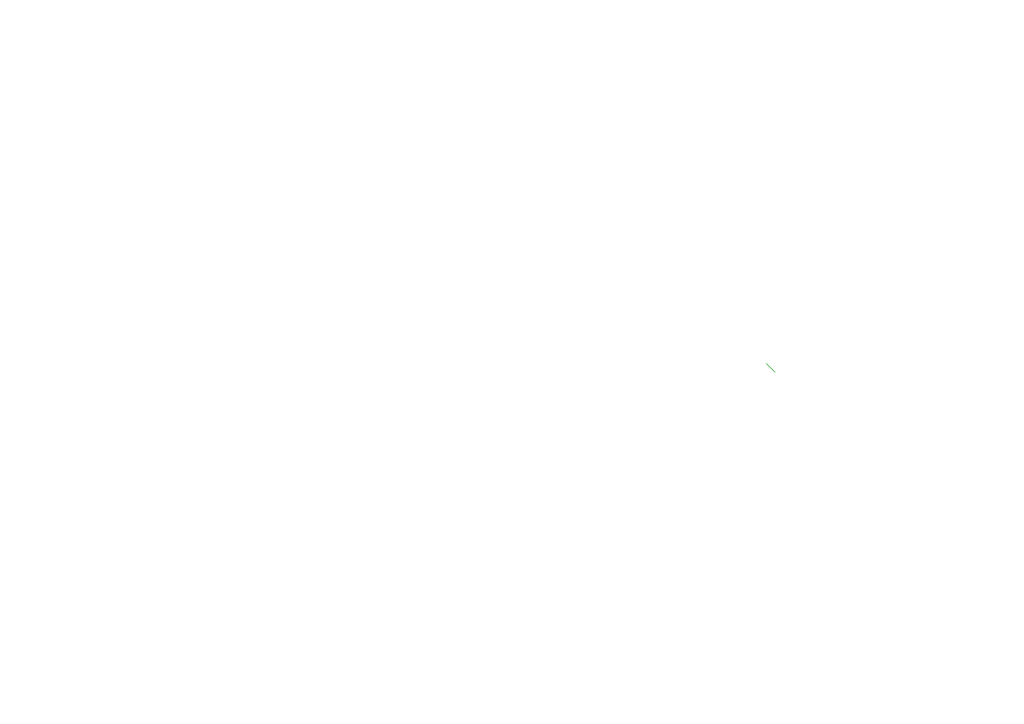
<source format=kicad_sch>
(kicad_sch
	(version 20231120)
	(generator "eeschema")
	(generator_version "8.0")
	(uuid "9919b31e-2519-44e8-a75a-e46ac4a8b592")
	(paper "A4")
	(lib_symbols)
	(bus_entry
		(at 222.25 105.41)
		(size 2.54 2.54)
		(stroke
			(width 0)
			(type default)
		)
		(uuid "34635788-7e0e-40e5-9232-824d47dc8965")
	)
)

</source>
